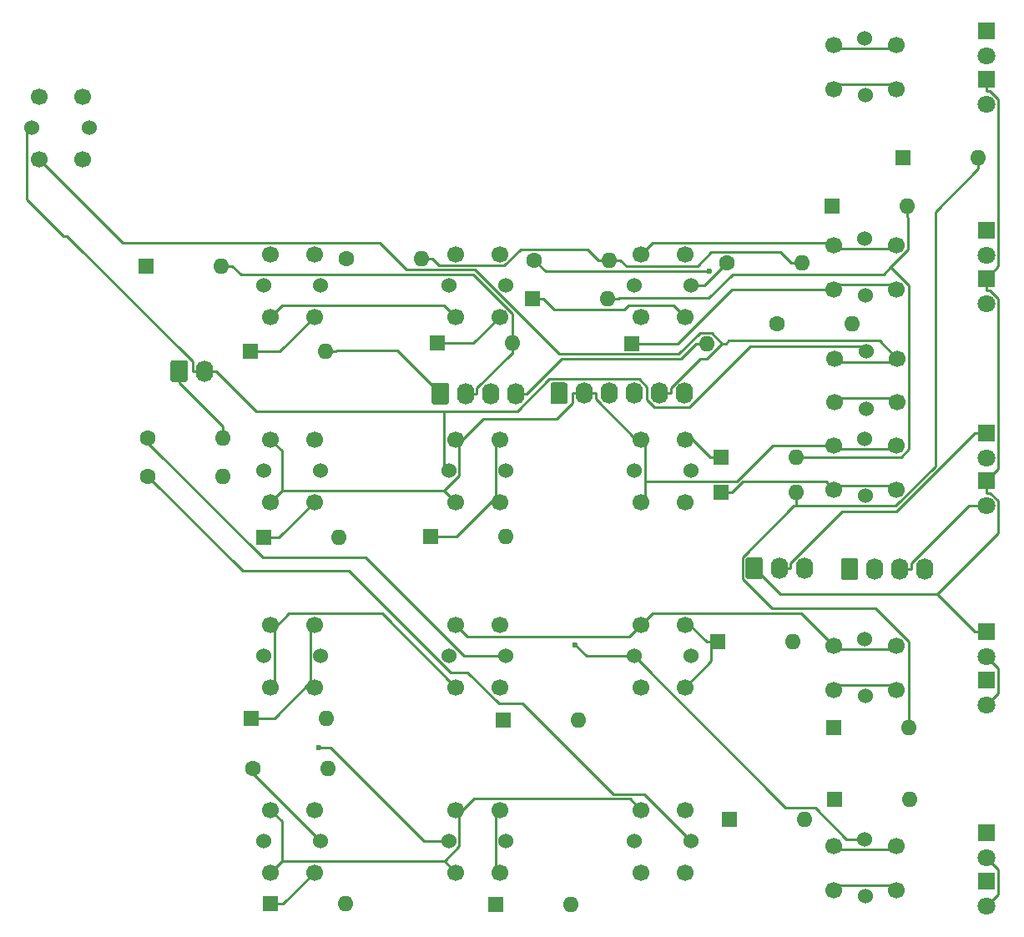
<source format=gbr>
G04 #@! TF.GenerationSoftware,KiCad,Pcbnew,(5.1.5-0-10_14)*
G04 #@! TF.CreationDate,2020-06-21T14:01:29+10:00*
G04 #@! TF.ProjectId,UFC,5546432e-6b69-4636-9164-5f7063625858,A*
G04 #@! TF.SameCoordinates,Original*
G04 #@! TF.FileFunction,Copper,L2,Bot*
G04 #@! TF.FilePolarity,Positive*
%FSLAX46Y46*%
G04 Gerber Fmt 4.6, Leading zero omitted, Abs format (unit mm)*
G04 Created by KiCad (PCBNEW (5.1.5-0-10_14)) date 2020-06-21 14:01:29*
%MOMM*%
%LPD*%
G04 APERTURE LIST*
%ADD10O,1.740000X2.200000*%
%ADD11C,0.100000*%
%ADD12O,1.600000X1.600000*%
%ADD13C,1.600000*%
%ADD14R,1.600000X1.600000*%
%ADD15C,1.524000*%
%ADD16C,1.700000*%
%ADD17C,1.800000*%
%ADD18R,1.800000X1.800000*%
%ADD19C,0.600000*%
%ADD20C,0.228600*%
G04 APERTURE END LIST*
D10*
X160250000Y-104460000D03*
X157710000Y-104460000D03*
X155170000Y-104460000D03*
G04 #@! TA.AperFunction,ComponentPad*
D11*
G36*
X153274505Y-103361204D02*
G01*
X153298773Y-103364804D01*
X153322572Y-103370765D01*
X153345671Y-103379030D01*
X153367850Y-103389520D01*
X153388893Y-103402132D01*
X153408599Y-103416747D01*
X153426777Y-103433223D01*
X153443253Y-103451401D01*
X153457868Y-103471107D01*
X153470480Y-103492150D01*
X153480970Y-103514329D01*
X153489235Y-103537428D01*
X153495196Y-103561227D01*
X153498796Y-103585495D01*
X153500000Y-103609999D01*
X153500000Y-105310001D01*
X153498796Y-105334505D01*
X153495196Y-105358773D01*
X153489235Y-105382572D01*
X153480970Y-105405671D01*
X153470480Y-105427850D01*
X153457868Y-105448893D01*
X153443253Y-105468599D01*
X153426777Y-105486777D01*
X153408599Y-105503253D01*
X153388893Y-105517868D01*
X153367850Y-105530480D01*
X153345671Y-105540970D01*
X153322572Y-105549235D01*
X153298773Y-105555196D01*
X153274505Y-105558796D01*
X153250001Y-105560000D01*
X152009999Y-105560000D01*
X151985495Y-105558796D01*
X151961227Y-105555196D01*
X151937428Y-105549235D01*
X151914329Y-105540970D01*
X151892150Y-105530480D01*
X151871107Y-105517868D01*
X151851401Y-105503253D01*
X151833223Y-105486777D01*
X151816747Y-105468599D01*
X151802132Y-105448893D01*
X151789520Y-105427850D01*
X151779030Y-105405671D01*
X151770765Y-105382572D01*
X151764804Y-105358773D01*
X151761204Y-105334505D01*
X151760000Y-105310001D01*
X151760000Y-103609999D01*
X151761204Y-103585495D01*
X151764804Y-103561227D01*
X151770765Y-103537428D01*
X151779030Y-103514329D01*
X151789520Y-103492150D01*
X151802132Y-103471107D01*
X151816747Y-103451401D01*
X151833223Y-103433223D01*
X151851401Y-103416747D01*
X151871107Y-103402132D01*
X151892150Y-103389520D01*
X151914329Y-103379030D01*
X151937428Y-103370765D01*
X151961227Y-103364804D01*
X151985495Y-103361204D01*
X152009999Y-103360000D01*
X153250001Y-103360000D01*
X153274505Y-103361204D01*
G37*
G04 #@! TD.AperFunction*
D10*
X135860000Y-86650000D03*
X133320000Y-86650000D03*
X130780000Y-86650000D03*
X128240000Y-86650000D03*
X125700000Y-86650000D03*
G04 #@! TA.AperFunction,ComponentPad*
D11*
G36*
X123804505Y-85551204D02*
G01*
X123828773Y-85554804D01*
X123852572Y-85560765D01*
X123875671Y-85569030D01*
X123897850Y-85579520D01*
X123918893Y-85592132D01*
X123938599Y-85606747D01*
X123956777Y-85623223D01*
X123973253Y-85641401D01*
X123987868Y-85661107D01*
X124000480Y-85682150D01*
X124010970Y-85704329D01*
X124019235Y-85727428D01*
X124025196Y-85751227D01*
X124028796Y-85775495D01*
X124030000Y-85799999D01*
X124030000Y-87500001D01*
X124028796Y-87524505D01*
X124025196Y-87548773D01*
X124019235Y-87572572D01*
X124010970Y-87595671D01*
X124000480Y-87617850D01*
X123987868Y-87638893D01*
X123973253Y-87658599D01*
X123956777Y-87676777D01*
X123938599Y-87693253D01*
X123918893Y-87707868D01*
X123897850Y-87720480D01*
X123875671Y-87730970D01*
X123852572Y-87739235D01*
X123828773Y-87745196D01*
X123804505Y-87748796D01*
X123780001Y-87750000D01*
X122539999Y-87750000D01*
X122515495Y-87748796D01*
X122491227Y-87745196D01*
X122467428Y-87739235D01*
X122444329Y-87730970D01*
X122422150Y-87720480D01*
X122401107Y-87707868D01*
X122381401Y-87693253D01*
X122363223Y-87676777D01*
X122346747Y-87658599D01*
X122332132Y-87638893D01*
X122319520Y-87617850D01*
X122309030Y-87595671D01*
X122300765Y-87572572D01*
X122294804Y-87548773D01*
X122291204Y-87524505D01*
X122290000Y-87500001D01*
X122290000Y-85799999D01*
X122291204Y-85775495D01*
X122294804Y-85751227D01*
X122300765Y-85727428D01*
X122309030Y-85704329D01*
X122319520Y-85682150D01*
X122332132Y-85661107D01*
X122346747Y-85641401D01*
X122363223Y-85623223D01*
X122381401Y-85606747D01*
X122401107Y-85592132D01*
X122422150Y-85579520D01*
X122444329Y-85569030D01*
X122467428Y-85560765D01*
X122491227Y-85554804D01*
X122515495Y-85551204D01*
X122539999Y-85550000D01*
X123780001Y-85550000D01*
X123804505Y-85551204D01*
G37*
G04 #@! TD.AperFunction*
D10*
X118740000Y-86680000D03*
X116200000Y-86680000D03*
X113660000Y-86680000D03*
G04 #@! TA.AperFunction,ComponentPad*
D11*
G36*
X111764505Y-85581204D02*
G01*
X111788773Y-85584804D01*
X111812572Y-85590765D01*
X111835671Y-85599030D01*
X111857850Y-85609520D01*
X111878893Y-85622132D01*
X111898599Y-85636747D01*
X111916777Y-85653223D01*
X111933253Y-85671401D01*
X111947868Y-85691107D01*
X111960480Y-85712150D01*
X111970970Y-85734329D01*
X111979235Y-85757428D01*
X111985196Y-85781227D01*
X111988796Y-85805495D01*
X111990000Y-85829999D01*
X111990000Y-87530001D01*
X111988796Y-87554505D01*
X111985196Y-87578773D01*
X111979235Y-87602572D01*
X111970970Y-87625671D01*
X111960480Y-87647850D01*
X111947868Y-87668893D01*
X111933253Y-87688599D01*
X111916777Y-87706777D01*
X111898599Y-87723253D01*
X111878893Y-87737868D01*
X111857850Y-87750480D01*
X111835671Y-87760970D01*
X111812572Y-87769235D01*
X111788773Y-87775196D01*
X111764505Y-87778796D01*
X111740001Y-87780000D01*
X110499999Y-87780000D01*
X110475495Y-87778796D01*
X110451227Y-87775196D01*
X110427428Y-87769235D01*
X110404329Y-87760970D01*
X110382150Y-87750480D01*
X110361107Y-87737868D01*
X110341401Y-87723253D01*
X110323223Y-87706777D01*
X110306747Y-87688599D01*
X110292132Y-87668893D01*
X110279520Y-87647850D01*
X110269030Y-87625671D01*
X110260765Y-87602572D01*
X110254804Y-87578773D01*
X110251204Y-87554505D01*
X110250000Y-87530001D01*
X110250000Y-85829999D01*
X110251204Y-85805495D01*
X110254804Y-85781227D01*
X110260765Y-85757428D01*
X110269030Y-85734329D01*
X110279520Y-85712150D01*
X110292132Y-85691107D01*
X110306747Y-85671401D01*
X110323223Y-85653223D01*
X110341401Y-85636747D01*
X110361107Y-85622132D01*
X110382150Y-85609520D01*
X110404329Y-85599030D01*
X110427428Y-85590765D01*
X110451227Y-85584804D01*
X110475495Y-85581204D01*
X110499999Y-85580000D01*
X111740001Y-85580000D01*
X111764505Y-85581204D01*
G37*
G04 #@! TD.AperFunction*
D10*
X87160000Y-84390000D03*
G04 #@! TA.AperFunction,ComponentPad*
D11*
G36*
X85264505Y-83291204D02*
G01*
X85288773Y-83294804D01*
X85312572Y-83300765D01*
X85335671Y-83309030D01*
X85357850Y-83319520D01*
X85378893Y-83332132D01*
X85398599Y-83346747D01*
X85416777Y-83363223D01*
X85433253Y-83381401D01*
X85447868Y-83401107D01*
X85460480Y-83422150D01*
X85470970Y-83444329D01*
X85479235Y-83467428D01*
X85485196Y-83491227D01*
X85488796Y-83515495D01*
X85490000Y-83539999D01*
X85490000Y-85240001D01*
X85488796Y-85264505D01*
X85485196Y-85288773D01*
X85479235Y-85312572D01*
X85470970Y-85335671D01*
X85460480Y-85357850D01*
X85447868Y-85378893D01*
X85433253Y-85398599D01*
X85416777Y-85416777D01*
X85398599Y-85433253D01*
X85378893Y-85447868D01*
X85357850Y-85460480D01*
X85335671Y-85470970D01*
X85312572Y-85479235D01*
X85288773Y-85485196D01*
X85264505Y-85488796D01*
X85240001Y-85490000D01*
X83999999Y-85490000D01*
X83975495Y-85488796D01*
X83951227Y-85485196D01*
X83927428Y-85479235D01*
X83904329Y-85470970D01*
X83882150Y-85460480D01*
X83861107Y-85447868D01*
X83841401Y-85433253D01*
X83823223Y-85416777D01*
X83806747Y-85398599D01*
X83792132Y-85378893D01*
X83779520Y-85357850D01*
X83769030Y-85335671D01*
X83760765Y-85312572D01*
X83754804Y-85288773D01*
X83751204Y-85264505D01*
X83750000Y-85240001D01*
X83750000Y-83539999D01*
X83751204Y-83515495D01*
X83754804Y-83491227D01*
X83760765Y-83467428D01*
X83769030Y-83444329D01*
X83779520Y-83422150D01*
X83792132Y-83401107D01*
X83806747Y-83381401D01*
X83823223Y-83363223D01*
X83841401Y-83346747D01*
X83861107Y-83332132D01*
X83882150Y-83319520D01*
X83904329Y-83309030D01*
X83927428Y-83300765D01*
X83951227Y-83294804D01*
X83975495Y-83291204D01*
X83999999Y-83290000D01*
X85240001Y-83290000D01*
X85264505Y-83291204D01*
G37*
G04 #@! TD.AperFunction*
D10*
X148030000Y-104390000D03*
X145490000Y-104390000D03*
G04 #@! TA.AperFunction,ComponentPad*
D11*
G36*
X143594505Y-103291204D02*
G01*
X143618773Y-103294804D01*
X143642572Y-103300765D01*
X143665671Y-103309030D01*
X143687850Y-103319520D01*
X143708893Y-103332132D01*
X143728599Y-103346747D01*
X143746777Y-103363223D01*
X143763253Y-103381401D01*
X143777868Y-103401107D01*
X143790480Y-103422150D01*
X143800970Y-103444329D01*
X143809235Y-103467428D01*
X143815196Y-103491227D01*
X143818796Y-103515495D01*
X143820000Y-103539999D01*
X143820000Y-105240001D01*
X143818796Y-105264505D01*
X143815196Y-105288773D01*
X143809235Y-105312572D01*
X143800970Y-105335671D01*
X143790480Y-105357850D01*
X143777868Y-105378893D01*
X143763253Y-105398599D01*
X143746777Y-105416777D01*
X143728599Y-105433253D01*
X143708893Y-105447868D01*
X143687850Y-105460480D01*
X143665671Y-105470970D01*
X143642572Y-105479235D01*
X143618773Y-105485196D01*
X143594505Y-105488796D01*
X143570001Y-105490000D01*
X142329999Y-105490000D01*
X142305495Y-105488796D01*
X142281227Y-105485196D01*
X142257428Y-105479235D01*
X142234329Y-105470970D01*
X142212150Y-105460480D01*
X142191107Y-105447868D01*
X142171401Y-105433253D01*
X142153223Y-105416777D01*
X142136747Y-105398599D01*
X142122132Y-105378893D01*
X142109520Y-105357850D01*
X142099030Y-105335671D01*
X142090765Y-105312572D01*
X142084804Y-105288773D01*
X142081204Y-105264505D01*
X142080000Y-105240001D01*
X142080000Y-103539999D01*
X142081204Y-103515495D01*
X142084804Y-103491227D01*
X142090765Y-103467428D01*
X142099030Y-103444329D01*
X142109520Y-103422150D01*
X142122132Y-103401107D01*
X142136747Y-103381401D01*
X142153223Y-103363223D01*
X142171401Y-103346747D01*
X142191107Y-103332132D01*
X142212150Y-103319520D01*
X142234329Y-103309030D01*
X142257428Y-103300765D01*
X142281227Y-103294804D01*
X142305495Y-103291204D01*
X142329999Y-103290000D01*
X143570001Y-103290000D01*
X143594505Y-103291204D01*
G37*
G04 #@! TD.AperFunction*
D12*
X128270000Y-73130000D03*
D13*
X120650000Y-73130000D03*
D12*
X152910000Y-79590000D03*
D13*
X145290000Y-79590000D03*
D12*
X89060000Y-95060000D03*
D13*
X81440000Y-95060000D03*
D12*
X147800000Y-73430000D03*
D13*
X140180000Y-73430000D03*
D12*
X89060000Y-91150000D03*
D13*
X81440000Y-91150000D03*
D12*
X99750000Y-124690000D03*
D13*
X92130000Y-124690000D03*
D12*
X109190000Y-72980000D03*
D13*
X101570000Y-72980000D03*
D12*
X165670000Y-62760000D03*
D14*
X158050000Y-62760000D03*
D12*
X158760000Y-127810000D03*
D14*
X151140000Y-127810000D03*
D12*
X158610000Y-120560000D03*
D14*
X150990000Y-120560000D03*
D12*
X147200000Y-96710000D03*
D14*
X139580000Y-96710000D03*
D12*
X138160000Y-81580000D03*
D14*
X130540000Y-81580000D03*
D12*
X158460000Y-67620000D03*
D14*
X150840000Y-67620000D03*
D12*
X148100000Y-129910000D03*
D14*
X140480000Y-129910000D03*
D12*
X146900000Y-111880000D03*
D14*
X139280000Y-111880000D03*
D12*
X147200000Y-93110000D03*
D14*
X139580000Y-93110000D03*
D12*
X128120000Y-77030000D03*
D14*
X120500000Y-77030000D03*
D12*
X88910000Y-73730000D03*
D14*
X81290000Y-73730000D03*
D12*
X124360000Y-138550000D03*
D14*
X116740000Y-138550000D03*
D12*
X125120000Y-119840000D03*
D14*
X117500000Y-119840000D03*
D12*
X117760000Y-101210000D03*
D14*
X110140000Y-101210000D03*
D12*
X118470000Y-81550000D03*
D14*
X110850000Y-81550000D03*
D12*
X101530000Y-138400000D03*
D14*
X93910000Y-138400000D03*
D12*
X99580000Y-119630000D03*
D14*
X91960000Y-119630000D03*
D12*
X100780000Y-101300000D03*
D14*
X93160000Y-101300000D03*
D12*
X99430000Y-82370000D03*
D14*
X91810000Y-82370000D03*
D15*
X154170000Y-50597000D03*
X154210000Y-56388000D03*
D16*
X151035000Y-51308000D03*
X157385000Y-51308000D03*
X151035000Y-55753000D03*
X157385000Y-55753000D03*
D15*
X154170000Y-131877000D03*
X154210000Y-137668000D03*
D16*
X151035000Y-132588000D03*
X157385000Y-132588000D03*
X151035000Y-137033000D03*
X157385000Y-137033000D03*
D15*
X154170000Y-111557000D03*
X154210000Y-117348000D03*
D16*
X151035000Y-112268000D03*
X157385000Y-112268000D03*
X151035000Y-116713000D03*
X157385000Y-116713000D03*
D15*
X154170000Y-91237000D03*
X154210000Y-97028000D03*
D16*
X151035000Y-91948000D03*
X157385000Y-91948000D03*
X151035000Y-96393000D03*
X157385000Y-96393000D03*
D15*
X154170000Y-70917000D03*
X154210000Y-76708000D03*
D16*
X151035000Y-71628000D03*
X157385000Y-71628000D03*
X151035000Y-76073000D03*
X157385000Y-76073000D03*
D15*
X154360000Y-82420000D03*
X154320000Y-88211000D03*
D16*
X157495000Y-83131000D03*
X151145000Y-83131000D03*
X157495000Y-87576000D03*
X151145000Y-87576000D03*
D15*
X130766000Y-132120000D03*
X136557000Y-132080000D03*
D16*
X131477000Y-135255000D03*
X131477000Y-128905000D03*
X135922000Y-135255000D03*
X135922000Y-128905000D03*
D15*
X130766000Y-113324000D03*
X136557000Y-113284000D03*
D16*
X131477000Y-116459000D03*
X131477000Y-110109000D03*
X135922000Y-116459000D03*
X135922000Y-110109000D03*
D15*
X130766000Y-94528000D03*
X136557000Y-94488000D03*
D16*
X131477000Y-97663000D03*
X131477000Y-91313000D03*
X135922000Y-97663000D03*
X135922000Y-91313000D03*
D15*
X130766000Y-75732000D03*
X136557000Y-75692000D03*
D16*
X131477000Y-78867000D03*
X131477000Y-72517000D03*
X135922000Y-78867000D03*
X135922000Y-72517000D03*
D15*
X69679000Y-59730000D03*
X75470000Y-59690000D03*
D16*
X70390000Y-62865000D03*
X70390000Y-56515000D03*
X74835000Y-62865000D03*
X74835000Y-56515000D03*
D15*
X111970000Y-132120000D03*
X117761000Y-132080000D03*
D16*
X112681000Y-135255000D03*
X112681000Y-128905000D03*
X117126000Y-135255000D03*
X117126000Y-128905000D03*
D15*
X111970000Y-113324000D03*
X117761000Y-113284000D03*
D16*
X112681000Y-116459000D03*
X112681000Y-110109000D03*
X117126000Y-116459000D03*
X117126000Y-110109000D03*
D15*
X111970000Y-94528000D03*
X117761000Y-94488000D03*
D16*
X112681000Y-97663000D03*
X112681000Y-91313000D03*
X117126000Y-97663000D03*
X117126000Y-91313000D03*
D15*
X111970000Y-75732000D03*
X117761000Y-75692000D03*
D16*
X112681000Y-78867000D03*
X112681000Y-72517000D03*
X117126000Y-78867000D03*
X117126000Y-72517000D03*
D15*
X93174000Y-132120000D03*
X98965000Y-132080000D03*
D16*
X93885000Y-135255000D03*
X93885000Y-128905000D03*
X98330000Y-135255000D03*
X98330000Y-128905000D03*
D15*
X93174000Y-113324000D03*
X98965000Y-113284000D03*
D16*
X93885000Y-116459000D03*
X93885000Y-110109000D03*
X98330000Y-116459000D03*
X98330000Y-110109000D03*
D15*
X93174000Y-94528000D03*
X98965000Y-94488000D03*
D16*
X93885000Y-97663000D03*
X93885000Y-91313000D03*
X98330000Y-97663000D03*
X98330000Y-91313000D03*
D15*
X93174000Y-75732000D03*
X98965000Y-75692000D03*
D16*
X93885000Y-78867000D03*
X93885000Y-72517000D03*
X98330000Y-78867000D03*
X98330000Y-72517000D03*
D17*
X166500000Y-133800000D03*
D18*
X166500000Y-131260000D03*
D17*
X166500000Y-113370000D03*
D18*
X166500000Y-110830000D03*
D17*
X166500000Y-98080000D03*
D18*
X166500000Y-95540000D03*
D17*
X166500000Y-77520000D03*
D18*
X166500000Y-74980000D03*
D17*
X166500000Y-57310000D03*
D18*
X166500000Y-54770000D03*
D17*
X166500000Y-138650000D03*
D18*
X166500000Y-136110000D03*
D17*
X166500000Y-118260000D03*
D18*
X166500000Y-115720000D03*
D17*
X166500000Y-93180000D03*
D18*
X166500000Y-90640000D03*
D17*
X166490000Y-72620000D03*
D18*
X166490000Y-70080000D03*
D17*
X166500000Y-52410000D03*
D18*
X166500000Y-49870000D03*
D19*
X98802300Y-122632100D03*
X138444100Y-74275800D03*
X124789600Y-112147900D03*
D20*
X166500000Y-118260000D02*
X167692500Y-117067500D01*
X167692500Y-117067500D02*
X167692500Y-114562500D01*
X167692500Y-114562500D02*
X166500000Y-113370000D01*
X157710000Y-104460000D02*
X158872400Y-104460000D01*
X166500000Y-98080000D02*
X164718600Y-98080000D01*
X164718600Y-98080000D02*
X158872400Y-103926200D01*
X158872400Y-103926200D02*
X158872400Y-104460000D01*
X166500000Y-138650000D02*
X167692500Y-137457500D01*
X167692500Y-137457500D02*
X167692500Y-134992500D01*
X167692500Y-134992500D02*
X166500000Y-133800000D01*
X111970000Y-132120000D02*
X109447800Y-132120000D01*
X109447800Y-132120000D02*
X99959900Y-122632100D01*
X99959900Y-122632100D02*
X98802300Y-122632100D01*
X98330000Y-78867000D02*
X94827000Y-82370000D01*
X94827000Y-82370000D02*
X91810000Y-82370000D01*
X98330000Y-97663000D02*
X94693000Y-101300000D01*
X94693000Y-101300000D02*
X93160000Y-101300000D01*
X97897600Y-116026600D02*
X97860900Y-116026600D01*
X97860900Y-116026600D02*
X94257500Y-119630000D01*
X94257500Y-119630000D02*
X91960000Y-119630000D01*
X97897600Y-116026600D02*
X98330000Y-116459000D01*
X98330000Y-110109000D02*
X97897600Y-110541400D01*
X97897600Y-110541400D02*
X97897600Y-116026600D01*
X98330000Y-135255000D02*
X95185000Y-138400000D01*
X95185000Y-138400000D02*
X93910000Y-138400000D01*
X117126000Y-78867000D02*
X114443000Y-81550000D01*
X114443000Y-81550000D02*
X110850000Y-81550000D01*
X116693600Y-97230600D02*
X117126000Y-97663000D01*
X117126000Y-91313000D02*
X116693600Y-91745400D01*
X116693600Y-91745400D02*
X116693600Y-97230600D01*
X116693600Y-97230600D02*
X112714200Y-101210000D01*
X112714200Y-101210000D02*
X110140000Y-101210000D01*
X117126000Y-128905000D02*
X116693600Y-129337400D01*
X116693600Y-129337400D02*
X116693600Y-134822600D01*
X116693600Y-134822600D02*
X117126000Y-135255000D01*
X121592400Y-77030000D02*
X122684800Y-78122400D01*
X122684800Y-78122400D02*
X129736000Y-78122400D01*
X129736000Y-78122400D02*
X130164500Y-77693900D01*
X130164500Y-77693900D02*
X134748900Y-77693900D01*
X134748900Y-77693900D02*
X135922000Y-78867000D01*
X120500000Y-77030000D02*
X121592400Y-77030000D01*
X139580000Y-93110000D02*
X138487600Y-93110000D01*
X135922000Y-91313000D02*
X136690600Y-91313000D01*
X136690600Y-91313000D02*
X138487600Y-93110000D01*
X138572700Y-111880000D02*
X138187600Y-111880000D01*
X139280000Y-111880000D02*
X138572700Y-111880000D01*
X135922000Y-116459000D02*
X138572700Y-113808300D01*
X138572700Y-113808300D02*
X138572700Y-111880000D01*
X135922000Y-110109000D02*
X136416600Y-110109000D01*
X136416600Y-110109000D02*
X138187600Y-111880000D01*
X157385000Y-55753000D02*
X156952600Y-55320600D01*
X156952600Y-55320600D02*
X151467400Y-55320600D01*
X151467400Y-55320600D02*
X151035000Y-55753000D01*
X151035000Y-76073000D02*
X140716200Y-76073000D01*
X140716200Y-76073000D02*
X135209200Y-81580000D01*
X135209200Y-81580000D02*
X130540000Y-81580000D01*
X157385000Y-76073000D02*
X156948800Y-75636800D01*
X156948800Y-75636800D02*
X151471200Y-75636800D01*
X151471200Y-75636800D02*
X151035000Y-76073000D01*
X157385000Y-96393000D02*
X156965500Y-95973500D01*
X156965500Y-95973500D02*
X151454500Y-95973500D01*
X151454500Y-95973500D02*
X151035000Y-96393000D01*
X140672400Y-96710000D02*
X141764800Y-95617600D01*
X141764800Y-95617600D02*
X150259600Y-95617600D01*
X150259600Y-95617600D02*
X151035000Y-96393000D01*
X139580000Y-96710000D02*
X140672400Y-96710000D01*
X157385000Y-116713000D02*
X156952600Y-116280600D01*
X156952600Y-116280600D02*
X151467400Y-116280600D01*
X151467400Y-116280600D02*
X151035000Y-116713000D01*
X157385000Y-137033000D02*
X156952600Y-136600600D01*
X156952600Y-136600600D02*
X151467400Y-136600600D01*
X151467400Y-136600600D02*
X151035000Y-137033000D01*
X151145000Y-87576000D02*
X151577400Y-87143600D01*
X151577400Y-87143600D02*
X157062600Y-87143600D01*
X157062600Y-87143600D02*
X157495000Y-87576000D01*
X89060000Y-91150000D02*
X89060000Y-90032200D01*
X89060000Y-90032200D02*
X84620000Y-85592200D01*
X84620000Y-85592200D02*
X84620000Y-84390000D01*
X146682200Y-73430000D02*
X145564300Y-72312100D01*
X145564300Y-72312100D02*
X138607800Y-72312100D01*
X138607800Y-72312100D02*
X137189900Y-73730000D01*
X137189900Y-73730000D02*
X129987800Y-73730000D01*
X129987800Y-73730000D02*
X129387800Y-73130000D01*
X128270000Y-73130000D02*
X127152200Y-73130000D01*
X109190000Y-72980000D02*
X110307800Y-72980000D01*
X110307800Y-72980000D02*
X111012700Y-73684900D01*
X111012700Y-73684900D02*
X117612400Y-73684900D01*
X117612400Y-73684900D02*
X119286100Y-72011200D01*
X119286100Y-72011200D02*
X126033400Y-72011200D01*
X126033400Y-72011200D02*
X127152200Y-73130000D01*
X128270000Y-73130000D02*
X129387800Y-73130000D01*
X147800000Y-73430000D02*
X146682200Y-73430000D01*
X98965000Y-132080000D02*
X92130000Y-125245000D01*
X92130000Y-125245000D02*
X92130000Y-124690000D01*
X117761000Y-113284000D02*
X113478300Y-113284000D01*
X113478300Y-113284000D02*
X103513400Y-103319100D01*
X103513400Y-103319100D02*
X93094800Y-103319100D01*
X93094800Y-103319100D02*
X81440000Y-91664300D01*
X81440000Y-91664300D02*
X81440000Y-91150000D01*
X136557000Y-75692000D02*
X137918000Y-75692000D01*
X137918000Y-75692000D02*
X140180000Y-73430000D01*
X136557000Y-132080000D02*
X131824200Y-127347200D01*
X131824200Y-127347200D02*
X128681100Y-127347200D01*
X128681100Y-127347200D02*
X119479600Y-118145700D01*
X119479600Y-118145700D02*
X117049000Y-118145700D01*
X117049000Y-118145700D02*
X113894700Y-114991400D01*
X113894700Y-114991400D02*
X112146200Y-114991400D01*
X112146200Y-114991400D02*
X101825400Y-104670600D01*
X101825400Y-104670600D02*
X91050600Y-104670600D01*
X91050600Y-104670600D02*
X81440000Y-95060000D01*
X120650000Y-73130000D02*
X121795800Y-74275800D01*
X121795800Y-74275800D02*
X138444100Y-74275800D01*
X87160000Y-84390000D02*
X88347800Y-84390000D01*
X111498700Y-88448600D02*
X118916600Y-88448600D01*
X118916600Y-88448600D02*
X122150000Y-85215200D01*
X122150000Y-85215200D02*
X131256000Y-85215200D01*
X131256000Y-85215200D02*
X132050000Y-86009200D01*
X132050000Y-86009200D02*
X132050000Y-87295900D01*
X132050000Y-87295900D02*
X132822000Y-88067900D01*
X132822000Y-88067900D02*
X136369600Y-88067900D01*
X136369600Y-88067900D02*
X142531300Y-81906200D01*
X142531300Y-81906200D02*
X153846200Y-81906200D01*
X153846200Y-81906200D02*
X154360000Y-82420000D01*
X88347800Y-84390000D02*
X92406400Y-88448600D01*
X92406400Y-88448600D02*
X111498700Y-88448600D01*
X111498700Y-88448600D02*
X111498700Y-94056700D01*
X111498700Y-94056700D02*
X111970000Y-94528000D01*
X86566100Y-84390000D02*
X87160000Y-84390000D01*
X86566100Y-84390000D02*
X85972200Y-84390000D01*
X130766000Y-113324000D02*
X146153700Y-128711700D01*
X146153700Y-128711700D02*
X149155300Y-128711700D01*
X149155300Y-128711700D02*
X152320600Y-131877000D01*
X152320600Y-131877000D02*
X154170000Y-131877000D01*
X124789600Y-112147900D02*
X125965700Y-113324000D01*
X125965700Y-113324000D02*
X130766000Y-113324000D01*
X85972200Y-84390000D02*
X85972200Y-83419000D01*
X85972200Y-83419000D02*
X73209000Y-70655800D01*
X73209000Y-70655800D02*
X72847800Y-70655800D01*
X72847800Y-70655800D02*
X69175700Y-66983700D01*
X69175700Y-66983700D02*
X69175700Y-60233300D01*
X69175700Y-60233300D02*
X69679000Y-59730000D01*
X146652400Y-104390000D02*
X146652400Y-103881500D01*
X146652400Y-103881500D02*
X151858100Y-98675800D01*
X151858100Y-98675800D02*
X157346300Y-98675800D01*
X157346300Y-98675800D02*
X165307600Y-90714500D01*
X165307600Y-90714500D02*
X165307600Y-90640000D01*
X166500000Y-90640000D02*
X165307600Y-90640000D01*
X145490000Y-104390000D02*
X146652400Y-104390000D01*
X161493100Y-107015500D02*
X145575500Y-107015500D01*
X145575500Y-107015500D02*
X142950000Y-104390000D01*
X165307600Y-110830000D02*
X161493100Y-107015500D01*
X166500000Y-96732400D02*
X166872600Y-96732400D01*
X166872600Y-96732400D02*
X167702700Y-97562500D01*
X167702700Y-97562500D02*
X167702700Y-100805900D01*
X167702700Y-100805900D02*
X161493100Y-107015500D01*
X166500000Y-74980000D02*
X166500000Y-76172400D01*
X166500000Y-76172400D02*
X166872600Y-76172400D01*
X166872600Y-76172400D02*
X167730900Y-77030700D01*
X167730900Y-77030700D02*
X167730900Y-94309100D01*
X167730900Y-94309100D02*
X166500000Y-95540000D01*
X166500000Y-55962400D02*
X166872600Y-55962400D01*
X166872600Y-55962400D02*
X167730300Y-56820100D01*
X167730300Y-56820100D02*
X167730300Y-73749700D01*
X167730300Y-73749700D02*
X166500000Y-74980000D01*
X166500000Y-54770000D02*
X166500000Y-55962400D01*
X166500000Y-95540000D02*
X166500000Y-96732400D01*
X166500000Y-110830000D02*
X165307600Y-110830000D01*
X99430000Y-82370000D02*
X100522400Y-82370000D01*
X100522400Y-82370000D02*
X100591000Y-82301400D01*
X100591000Y-82301400D02*
X106741400Y-82301400D01*
X106741400Y-82301400D02*
X111120000Y-86680000D01*
X88910000Y-73730000D02*
X90002400Y-73730000D01*
X118470000Y-81550000D02*
X118470000Y-78583700D01*
X118470000Y-78583700D02*
X114487100Y-74600800D01*
X114487100Y-74600800D02*
X90873200Y-74600800D01*
X90873200Y-74600800D02*
X90002400Y-73730000D01*
X118470000Y-81651600D02*
X118470000Y-81550000D01*
X118470000Y-81651600D02*
X118470000Y-82642400D01*
X118470000Y-82642400D02*
X118309100Y-82642400D01*
X118309100Y-82642400D02*
X114822400Y-86129100D01*
X114822400Y-86129100D02*
X114822400Y-86680000D01*
X113660000Y-86680000D02*
X114822400Y-86680000D01*
X156800900Y-73829800D02*
X156082800Y-74547900D01*
X156082800Y-74547900D02*
X140776700Y-74547900D01*
X140776700Y-74547900D02*
X138362000Y-76962600D01*
X138362000Y-76962600D02*
X129279800Y-76962600D01*
X129279800Y-76962600D02*
X129212400Y-77030000D01*
X158460000Y-68712400D02*
X158568900Y-68821300D01*
X158568900Y-68821300D02*
X158568900Y-72061800D01*
X158568900Y-72061800D02*
X156800900Y-73829800D01*
X156800900Y-73829800D02*
X158639000Y-75668000D01*
X158639000Y-75668000D02*
X158639000Y-92314200D01*
X158639000Y-92314200D02*
X157843200Y-93110000D01*
X157843200Y-93110000D02*
X147200000Y-93110000D01*
X128120000Y-77030000D02*
X129212400Y-77030000D01*
X158460000Y-67620000D02*
X158460000Y-68712400D01*
X147200000Y-98082400D02*
X146993300Y-98082400D01*
X146993300Y-98082400D02*
X141759300Y-103316400D01*
X141759300Y-103316400D02*
X141759300Y-105496500D01*
X141759300Y-105496500D02*
X144726100Y-108463300D01*
X144726100Y-108463300D02*
X155255500Y-108463300D01*
X155255500Y-108463300D02*
X158610000Y-111817800D01*
X158610000Y-111817800D02*
X158610000Y-120560000D01*
X147200000Y-97802400D02*
X147200000Y-98082400D01*
X147200000Y-98082400D02*
X157311400Y-98082400D01*
X157311400Y-98082400D02*
X161321200Y-94072600D01*
X161321200Y-94072600D02*
X161321200Y-68201200D01*
X161321200Y-68201200D02*
X165670000Y-63852400D01*
X147200000Y-96710000D02*
X147200000Y-97802400D01*
X165670000Y-62760000D02*
X165670000Y-63852400D01*
X119902400Y-86680000D02*
X123451500Y-83130900D01*
X123451500Y-83130900D02*
X135516700Y-83130900D01*
X135516700Y-83130900D02*
X137067600Y-81580000D01*
X138160000Y-81580000D02*
X137067600Y-81580000D01*
X118740000Y-86680000D02*
X119902400Y-86680000D01*
X151035000Y-71628000D02*
X151405100Y-71998100D01*
X151405100Y-71998100D02*
X157014900Y-71998100D01*
X157014900Y-71998100D02*
X157385000Y-71628000D01*
X131477000Y-72517000D02*
X132623800Y-71370200D01*
X132623800Y-71370200D02*
X150777200Y-71370200D01*
X150777200Y-71370200D02*
X151035000Y-71628000D01*
X93885000Y-78867000D02*
X95055300Y-77696700D01*
X95055300Y-77696700D02*
X111510700Y-77696700D01*
X111510700Y-77696700D02*
X112681000Y-78867000D01*
X131867100Y-95580000D02*
X131867100Y-97272900D01*
X131867100Y-97272900D02*
X131477000Y-97663000D01*
X131477000Y-91313000D02*
X131867100Y-91703100D01*
X131867100Y-91703100D02*
X131867100Y-95580000D01*
X151035000Y-91948000D02*
X144859100Y-91948000D01*
X144859100Y-91948000D02*
X141227100Y-95580000D01*
X141227100Y-95580000D02*
X131867100Y-95580000D01*
X157385000Y-91948000D02*
X157041500Y-92291500D01*
X157041500Y-92291500D02*
X151378500Y-92291500D01*
X151378500Y-92291500D02*
X151035000Y-91948000D01*
X126862400Y-86650000D02*
X126862400Y-87183800D01*
X126862400Y-87183800D02*
X130991600Y-91313000D01*
X130991600Y-91313000D02*
X131477000Y-91313000D01*
X113051600Y-91683600D02*
X112681000Y-91313000D01*
X111525000Y-96507000D02*
X113051600Y-94980400D01*
X113051600Y-94980400D02*
X113051600Y-91683600D01*
X113051600Y-91683600D02*
X115504700Y-89230500D01*
X115504700Y-89230500D02*
X122894100Y-89230500D01*
X122894100Y-89230500D02*
X124537600Y-87587000D01*
X124537600Y-87587000D02*
X124537600Y-86650000D01*
X125700000Y-86650000D02*
X124537600Y-86650000D01*
X111525000Y-96507000D02*
X112681000Y-97663000D01*
X95041000Y-96507000D02*
X111525000Y-96507000D01*
X125700000Y-86650000D02*
X126862400Y-86650000D01*
X93885000Y-97663000D02*
X95041000Y-96507000D01*
X93885000Y-91313000D02*
X95041000Y-92469000D01*
X95041000Y-92469000D02*
X95041000Y-96507000D01*
X94258400Y-110482400D02*
X95776300Y-108964500D01*
X95776300Y-108964500D02*
X105186500Y-108964500D01*
X105186500Y-108964500D02*
X112681000Y-116459000D01*
X131477000Y-110109000D02*
X132654200Y-108931800D01*
X132654200Y-108931800D02*
X147698800Y-108931800D01*
X147698800Y-108931800D02*
X151035000Y-112268000D01*
X112681000Y-110109000D02*
X113867900Y-111295900D01*
X113867900Y-111295900D02*
X130290100Y-111295900D01*
X130290100Y-111295900D02*
X131477000Y-110109000D01*
X94258400Y-110482400D02*
X94258400Y-116085600D01*
X94258400Y-116085600D02*
X93885000Y-116459000D01*
X93885000Y-110109000D02*
X94258400Y-110482400D01*
X157385000Y-112268000D02*
X157035100Y-112617900D01*
X157035100Y-112617900D02*
X151384900Y-112617900D01*
X151384900Y-112617900D02*
X151035000Y-112268000D01*
X95034600Y-134105400D02*
X111531400Y-134105400D01*
X93885000Y-135255000D02*
X95034600Y-134105400D01*
X93885000Y-128905000D02*
X95034600Y-130054600D01*
X95034600Y-130054600D02*
X95034600Y-134105400D01*
X151035000Y-132588000D02*
X151405600Y-132958600D01*
X151405600Y-132958600D02*
X157014400Y-132958600D01*
X157014400Y-132958600D02*
X157385000Y-132588000D01*
X113040400Y-129264400D02*
X112681000Y-128905000D01*
X111531400Y-134105400D02*
X113040400Y-132596400D01*
X113040400Y-132596400D02*
X113040400Y-129264400D01*
X113040400Y-129264400D02*
X114550800Y-127754000D01*
X114550800Y-127754000D02*
X130326000Y-127754000D01*
X130326000Y-127754000D02*
X131477000Y-128905000D01*
X111531400Y-134105400D02*
X112681000Y-135255000D01*
X139720800Y-81583800D02*
X139720800Y-81583900D01*
X139720800Y-81583900D02*
X140090400Y-81583900D01*
X140090400Y-81583900D02*
X140371600Y-81302700D01*
X140371600Y-81302700D02*
X155666700Y-81302700D01*
X155666700Y-81302700D02*
X157495000Y-83131000D01*
X70390000Y-62865000D02*
X78881100Y-71356100D01*
X78881100Y-71356100D02*
X104949200Y-71356100D01*
X104949200Y-71356100D02*
X107710200Y-74117100D01*
X107710200Y-74117100D02*
X114578700Y-74117100D01*
X114578700Y-74117100D02*
X123134100Y-82672500D01*
X123134100Y-82672500D02*
X135289500Y-82672500D01*
X135289500Y-82672500D02*
X137474500Y-80487500D01*
X137474500Y-80487500D02*
X138624400Y-80487500D01*
X138624400Y-80487500D02*
X139720800Y-81583800D01*
X139720800Y-81583800D02*
X138173600Y-83131000D01*
X138173600Y-83131000D02*
X137467600Y-83131000D01*
X137467600Y-83131000D02*
X134482400Y-86116200D01*
X134482400Y-86116200D02*
X134482400Y-86650000D01*
X133320000Y-86650000D02*
X134482400Y-86650000D01*
X157385000Y-51308000D02*
X157022800Y-51670200D01*
X157022800Y-51670200D02*
X151397200Y-51670200D01*
X151397200Y-51670200D02*
X151035000Y-51308000D01*
X157495000Y-83131000D02*
X157121600Y-83504400D01*
X157121600Y-83504400D02*
X151518400Y-83504400D01*
X151518400Y-83504400D02*
X151145000Y-83131000D01*
M02*

</source>
